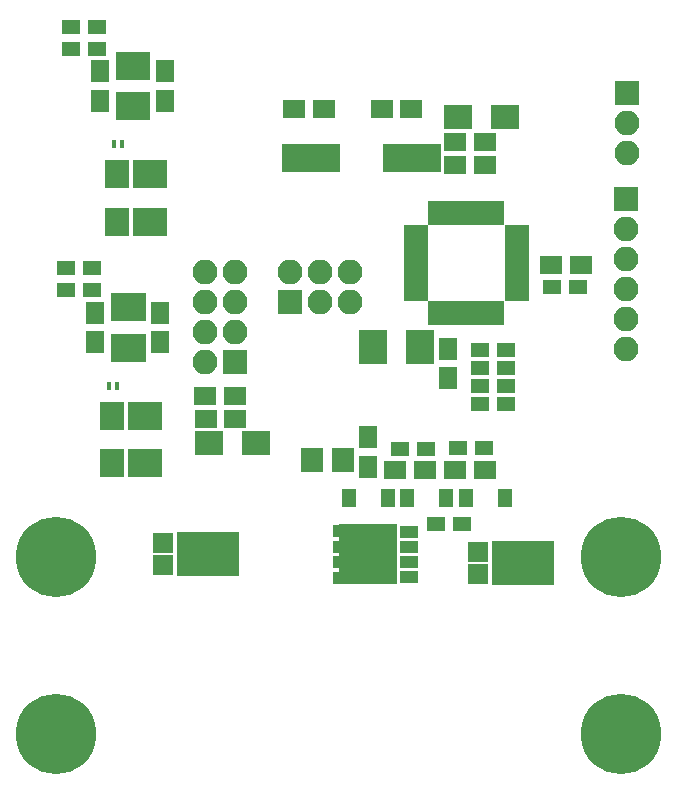
<source format=gbr>
G04 #@! TF.FileFunction,Soldermask,Top*
%FSLAX46Y46*%
G04 Gerber Fmt 4.6, Leading zero omitted, Abs format (unit mm)*
G04 Created by KiCad (PCBNEW 4.0.1-stable) date 29-05-2017 19:13:36*
%MOMM*%
G01*
G04 APERTURE LIST*
%ADD10C,0.100000*%
%ADD11R,4.900000X2.400000*%
%ADD12C,6.800000*%
%ADD13C,1.000000*%
%ADD14R,5.260000X3.760000*%
%ADD15R,1.790000X1.800000*%
%ADD16R,2.100000X2.100000*%
%ADD17O,2.100000X2.100000*%
%ADD18R,1.600000X1.300000*%
%ADD19R,2.000000X2.400000*%
%ADD20R,1.650000X1.900000*%
%ADD21R,2.900000X2.400000*%
%ADD22R,1.050000X2.400000*%
%ADD23R,0.450000X0.700000*%
%ADD24R,1.900000X1.650000*%
%ADD25R,1.300000X1.600000*%
%ADD26R,0.950000X2.000000*%
%ADD27R,2.000000X0.950000*%
%ADD28R,2.400000X2.900000*%
%ADD29R,4.900000X5.100000*%
%ADD30R,0.900000X1.100000*%
%ADD31R,1.600000X1.050000*%
%ADD32R,1.900000X0.800000*%
%ADD33R,2.400000X2.000000*%
G04 APERTURE END LIST*
D10*
D11*
X245042000Y-102362000D03*
X236542000Y-102362000D03*
D12*
X262778836Y-136144000D03*
D13*
X260378836Y-136144000D03*
X261081780Y-134446944D03*
X262778836Y-133744000D03*
X264475892Y-134446944D03*
X265178836Y-136144000D03*
X264475892Y-137841056D03*
X262778836Y-138544000D03*
X261081780Y-137841056D03*
D14*
X254489036Y-136646798D03*
D15*
X250691036Y-135726798D03*
X250691036Y-137566798D03*
D16*
X234759500Y-114566700D03*
D17*
X234759500Y-112026700D03*
X237299500Y-114566700D03*
X237299500Y-112026700D03*
X239839500Y-114566700D03*
X239839500Y-112026700D03*
D18*
X217995500Y-111709200D03*
X215795500Y-111709200D03*
D19*
X219722700Y-124212600D03*
X219722700Y-128212600D03*
D18*
X215795500Y-113588800D03*
X217995500Y-113588800D03*
D20*
X218249500Y-117963000D03*
X218249500Y-115463000D03*
D21*
X222465900Y-124219200D03*
X222465900Y-128219200D03*
D20*
X223735900Y-117975700D03*
X223735900Y-115475700D03*
D22*
X222018900Y-115015700D03*
X221068900Y-115015700D03*
X220118900Y-115015700D03*
X220118900Y-118435700D03*
X221068900Y-118435700D03*
X222018900Y-118435700D03*
D23*
X220098500Y-121666000D03*
X219448500Y-121666000D03*
D24*
X248759660Y-128770380D03*
X251259660Y-128770380D03*
X243679660Y-128770380D03*
X246179660Y-128770380D03*
D20*
X241386360Y-128531940D03*
X241386360Y-126031940D03*
D24*
X248749500Y-102984300D03*
X251249500Y-102984300D03*
X227591300Y-122567700D03*
X230091300Y-122567700D03*
X248749500Y-101053900D03*
X251249500Y-101053900D03*
X227616700Y-124498100D03*
X230116700Y-124498100D03*
X245026500Y-98234500D03*
X242526500Y-98234500D03*
X235097000Y-98234500D03*
X237597000Y-98234500D03*
D20*
X248158000Y-118511000D03*
X248158000Y-121011000D03*
D24*
X259352100Y-111467900D03*
X256852100Y-111467900D03*
D20*
X224142300Y-97528700D03*
X224142300Y-95028700D03*
D19*
X220129100Y-103765600D03*
X220129100Y-107765600D03*
D25*
X249629660Y-131183380D03*
X252929660Y-131183380D03*
X244676660Y-131183380D03*
X247976660Y-131183380D03*
X239723660Y-131183380D03*
X243023660Y-131183380D03*
D14*
X227804400Y-135884400D03*
D15*
X224006400Y-134964400D03*
X224006400Y-136804400D03*
D23*
X220504900Y-101219000D03*
X219854900Y-101219000D03*
D26*
X252488500Y-106997500D03*
X251688500Y-106997500D03*
X250888500Y-106997500D03*
X250088500Y-106997500D03*
X249288500Y-106997500D03*
X248488500Y-106997500D03*
X247688500Y-106997500D03*
X246888500Y-106997500D03*
D27*
X245438500Y-108447500D03*
X245438500Y-109247500D03*
X245438500Y-110047500D03*
X245438500Y-110847500D03*
X245438500Y-111647500D03*
X245438500Y-112447500D03*
X245438500Y-113247500D03*
X245438500Y-114047500D03*
D26*
X246888500Y-115497500D03*
X247688500Y-115497500D03*
X248488500Y-115497500D03*
X249288500Y-115497500D03*
X250088500Y-115497500D03*
X250888500Y-115497500D03*
X251688500Y-115497500D03*
X252488500Y-115497500D03*
D27*
X253938500Y-114047500D03*
X253938500Y-113247500D03*
X253938500Y-112447500D03*
X253938500Y-111647500D03*
X253938500Y-110847500D03*
X253938500Y-110047500D03*
X253938500Y-109247500D03*
X253938500Y-108447500D03*
D28*
X245751100Y-118364000D03*
X241751100Y-118364000D03*
D21*
X222872300Y-103772200D03*
X222872300Y-107772200D03*
D16*
X263232900Y-105829100D03*
D17*
X263232900Y-108369100D03*
X263232900Y-110909100D03*
X263232900Y-113449100D03*
X263232900Y-115989100D03*
X263232900Y-118529100D03*
D16*
X230085900Y-119646700D03*
D17*
X227545900Y-119646700D03*
X230085900Y-117106700D03*
X227545900Y-117106700D03*
X230085900Y-114566700D03*
X227545900Y-114566700D03*
X230085900Y-112026700D03*
X227545900Y-112026700D03*
D16*
X263271000Y-96901000D03*
D17*
X263271000Y-99441000D03*
X263271000Y-101981000D03*
D12*
X214964000Y-136144000D03*
D13*
X217364000Y-136144000D03*
X216661056Y-137841056D03*
X214964000Y-138544000D03*
X213266944Y-137841056D03*
X212564000Y-136144000D03*
X213266944Y-134446944D03*
X214964000Y-133744000D03*
X216661056Y-134446944D03*
D12*
X214964000Y-151144000D03*
D13*
X217364000Y-151144000D03*
X216661056Y-152841056D03*
X214964000Y-153544000D03*
X213266944Y-152841056D03*
X212564000Y-151144000D03*
X213266944Y-149446944D03*
X214964000Y-148744000D03*
X216661056Y-149446944D03*
D29*
X241338100Y-135940800D03*
D30*
X238838100Y-137940800D03*
X238838100Y-136605800D03*
X238838100Y-135275800D03*
X238838100Y-133940800D03*
D31*
X244838100Y-134035800D03*
X244838100Y-135305800D03*
X244838100Y-136575800D03*
X244838100Y-137845800D03*
D18*
X251178240Y-126931420D03*
X248978240Y-126931420D03*
X246232680Y-126982220D03*
X244032680Y-126982220D03*
X259164000Y-113284000D03*
X256964000Y-113284000D03*
X250804500Y-118618000D03*
X253004500Y-118618000D03*
X253004500Y-120142000D03*
X250804500Y-120142000D03*
X250804500Y-123190000D03*
X253004500Y-123190000D03*
X253004500Y-121666000D03*
X250804500Y-121666000D03*
X247101000Y-133350000D03*
X249301000Y-133350000D03*
X216201900Y-93141800D03*
X218401900Y-93141800D03*
X218401900Y-91262200D03*
X216201900Y-91262200D03*
D32*
X239272120Y-128597420D03*
X239272120Y-127947420D03*
X239272120Y-127297420D03*
X236612120Y-127297420D03*
X236612120Y-127947420D03*
X236612120Y-128597420D03*
D22*
X222425300Y-94568700D03*
X221475300Y-94568700D03*
X220525300Y-94568700D03*
X220525300Y-97988700D03*
X221475300Y-97988700D03*
X222425300Y-97988700D03*
D20*
X218655900Y-97516000D03*
X218655900Y-95016000D03*
D33*
X248939300Y-98869500D03*
X252939300Y-98869500D03*
X227857300Y-126530100D03*
X231857300Y-126530100D03*
D12*
X262778836Y-151144000D03*
D13*
X265178836Y-151144000D03*
X264475892Y-152841056D03*
X262778836Y-153544000D03*
X261081780Y-152841056D03*
X260378836Y-151144000D03*
X261081780Y-149446944D03*
X262778836Y-148744000D03*
X264475892Y-149446944D03*
M02*

</source>
